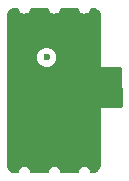
<source format=gbr>
G04 #@! TF.GenerationSoftware,KiCad,Pcbnew,8.0.4*
G04 #@! TF.CreationDate,2025-05-14T20:25:43-04:00*
G04 #@! TF.ProjectId,usb_c_daughter,7573625f-635f-4646-9175-67687465722e,1*
G04 #@! TF.SameCoordinates,Original*
G04 #@! TF.FileFunction,Copper,L4,Bot*
G04 #@! TF.FilePolarity,Positive*
%FSLAX46Y46*%
G04 Gerber Fmt 4.6, Leading zero omitted, Abs format (unit mm)*
G04 Created by KiCad (PCBNEW 8.0.4) date 2025-05-14 20:25:43*
%MOMM*%
%LPD*%
G01*
G04 APERTURE LIST*
G04 #@! TA.AperFunction,ViaPad*
%ADD10C,0.600000*%
G04 #@! TD*
G04 APERTURE END LIST*
D10*
X3400000Y-5700000D03*
X6000000Y-6760000D03*
X6010000Y-10260000D03*
X2180000Y-13050000D03*
X5870000Y-11750000D03*
X4250000Y-9770000D03*
X1340000Y-12700000D03*
X4240000Y-7230000D03*
X4650000Y-14400000D03*
X5920000Y-5140000D03*
X2320000Y-3940000D03*
X1260000Y-4260000D03*
G04 #@! TA.AperFunction,Conductor*
G36*
X955756Y-1519685D02*
G01*
X1001511Y-1572489D01*
X1007694Y-1589065D01*
X1014707Y-1612948D01*
X1042845Y-1708776D01*
X1120182Y-1829114D01*
X1228290Y-1922790D01*
X1293349Y-1952501D01*
X1358408Y-1982213D01*
X1376206Y-1984772D01*
X1500000Y-2002571D01*
X1641591Y-1982213D01*
X1771710Y-1922790D01*
X1879818Y-1829114D01*
X1957155Y-1708776D01*
X1985293Y-1612948D01*
X1992306Y-1589065D01*
X2030080Y-1530287D01*
X2093636Y-1501262D01*
X2111283Y-1500000D01*
X3428717Y-1500000D01*
X3495756Y-1519685D01*
X3541511Y-1572489D01*
X3547694Y-1589065D01*
X3554707Y-1612948D01*
X3582845Y-1708776D01*
X3660182Y-1829114D01*
X3768290Y-1922790D01*
X3833349Y-1952501D01*
X3898408Y-1982213D01*
X3916206Y-1984772D01*
X4040000Y-2002571D01*
X4181591Y-1982213D01*
X4311710Y-1922790D01*
X4419818Y-1829114D01*
X4497155Y-1708776D01*
X4525293Y-1612948D01*
X4532306Y-1589065D01*
X4570080Y-1530287D01*
X4633636Y-1501262D01*
X4651283Y-1500000D01*
X5968717Y-1500000D01*
X6035756Y-1519685D01*
X6081511Y-1572489D01*
X6087694Y-1589065D01*
X6094707Y-1612948D01*
X6122845Y-1708776D01*
X6200182Y-1829114D01*
X6308290Y-1922790D01*
X6373349Y-1952501D01*
X6438408Y-1982213D01*
X6456206Y-1984772D01*
X6580000Y-2002571D01*
X6721591Y-1982213D01*
X6851710Y-1922790D01*
X6959818Y-1829114D01*
X7037155Y-1708776D01*
X7065293Y-1612948D01*
X7072306Y-1589065D01*
X7110080Y-1530287D01*
X7173636Y-1501262D01*
X7191283Y-1500000D01*
X7245910Y-1500000D01*
X7248696Y-1500031D01*
X7319410Y-1501620D01*
X7343844Y-1504614D01*
X7386317Y-1514171D01*
X7482898Y-1535903D01*
X7509181Y-1545017D01*
X7636288Y-1605829D01*
X7659883Y-1620580D01*
X7770220Y-1708202D01*
X7789934Y-1727846D01*
X7877947Y-1837864D01*
X7892784Y-1861409D01*
X7954047Y-1988290D01*
X7963259Y-2014552D01*
X7995044Y-2153487D01*
X7998125Y-2177917D01*
X7998127Y-2177976D01*
X7999954Y-2248250D01*
X7999958Y-2248383D01*
X8000000Y-2251607D01*
X8000000Y-6500000D01*
X9641086Y-6500000D01*
X9708125Y-6519685D01*
X9753880Y-6572489D01*
X9765071Y-6622078D01*
X9815490Y-9874078D01*
X9796847Y-9941414D01*
X9744759Y-9987982D01*
X9691505Y-10000000D01*
X8000000Y-10000000D01*
X8000000Y-14746266D01*
X7999776Y-14753719D01*
X7995508Y-14824598D01*
X7991683Y-14848574D01*
X7954260Y-14991403D01*
X7944289Y-15017249D01*
X7876891Y-15146666D01*
X7861428Y-15169656D01*
X7766979Y-15280876D01*
X7746800Y-15299857D01*
X7630015Y-15387332D01*
X7606124Y-15401361D01*
X7472833Y-15460722D01*
X7446423Y-15469095D01*
X7301565Y-15497718D01*
X7277412Y-15500070D01*
X7210000Y-15500006D01*
X7202674Y-15500000D01*
X7202616Y-15500000D01*
X7191283Y-15500000D01*
X7124244Y-15480315D01*
X7078489Y-15427511D01*
X7072306Y-15410935D01*
X7039690Y-15299857D01*
X7037155Y-15291224D01*
X6959818Y-15170886D01*
X6851710Y-15077210D01*
X6851708Y-15077209D01*
X6721591Y-15017786D01*
X6580000Y-14997429D01*
X6438408Y-15017786D01*
X6308291Y-15077209D01*
X6308288Y-15077211D01*
X6238482Y-15137699D01*
X6201602Y-15169656D01*
X6200180Y-15170888D01*
X6122844Y-15291225D01*
X6087694Y-15410935D01*
X6049920Y-15469713D01*
X5986364Y-15498738D01*
X5968717Y-15500000D01*
X4651283Y-15500000D01*
X4584244Y-15480315D01*
X4538489Y-15427511D01*
X4532306Y-15410935D01*
X4499690Y-15299857D01*
X4497155Y-15291224D01*
X4419818Y-15170886D01*
X4311710Y-15077210D01*
X4311708Y-15077209D01*
X4181591Y-15017786D01*
X4040000Y-14997429D01*
X3898408Y-15017786D01*
X3768291Y-15077209D01*
X3768288Y-15077211D01*
X3698482Y-15137699D01*
X3661602Y-15169656D01*
X3660180Y-15170888D01*
X3582844Y-15291225D01*
X3547694Y-15410935D01*
X3509920Y-15469713D01*
X3446364Y-15498738D01*
X3428717Y-15500000D01*
X2111283Y-15500000D01*
X2044244Y-15480315D01*
X1998489Y-15427511D01*
X1992306Y-15410935D01*
X1959690Y-15299857D01*
X1957155Y-15291224D01*
X1879818Y-15170886D01*
X1771710Y-15077210D01*
X1771708Y-15077209D01*
X1641591Y-15017786D01*
X1500000Y-14997429D01*
X1358408Y-15017786D01*
X1228291Y-15077209D01*
X1228288Y-15077211D01*
X1158482Y-15137699D01*
X1121602Y-15169656D01*
X1120180Y-15170888D01*
X1042844Y-15291225D01*
X1007694Y-15410935D01*
X969920Y-15469713D01*
X906364Y-15498738D01*
X888717Y-15500000D01*
X751719Y-15500000D01*
X748250Y-15499951D01*
X745018Y-15499860D01*
X677974Y-15497983D01*
X653852Y-15494923D01*
X515127Y-15463260D01*
X488918Y-15454089D01*
X362300Y-15393113D01*
X338789Y-15378340D01*
X228915Y-15290718D01*
X209281Y-15271084D01*
X121659Y-15161210D01*
X106886Y-15137699D01*
X45910Y-15011081D01*
X36739Y-14984872D01*
X5076Y-14846147D01*
X2016Y-14822023D01*
X49Y-14751749D01*
X0Y-14748280D01*
X0Y-5699996D01*
X2586384Y-5699996D01*
X2586384Y-5700003D01*
X2606781Y-5881041D01*
X2606782Y-5881046D01*
X2647949Y-5998693D01*
X2666957Y-6053015D01*
X2763889Y-6207281D01*
X2892719Y-6336111D01*
X3046985Y-6433043D01*
X3218953Y-6493217D01*
X3218958Y-6493218D01*
X3399996Y-6513616D01*
X3400000Y-6513616D01*
X3400004Y-6513616D01*
X3581041Y-6493218D01*
X3581044Y-6493217D01*
X3581047Y-6493217D01*
X3753015Y-6433043D01*
X3907281Y-6336111D01*
X4036111Y-6207281D01*
X4133043Y-6053015D01*
X4193217Y-5881047D01*
X4213616Y-5700000D01*
X4193217Y-5518953D01*
X4133043Y-5346985D01*
X4036111Y-5192719D01*
X3907281Y-5063889D01*
X3753015Y-4966957D01*
X3698693Y-4947949D01*
X3581046Y-4906782D01*
X3581041Y-4906781D01*
X3400004Y-4886384D01*
X3399996Y-4886384D01*
X3218958Y-4906781D01*
X3218953Y-4906782D01*
X3046982Y-4966958D01*
X2892718Y-5063889D01*
X2763889Y-5192718D01*
X2666958Y-5346982D01*
X2606782Y-5518953D01*
X2606781Y-5518958D01*
X2586384Y-5699996D01*
X0Y-5699996D01*
X0Y-2251719D01*
X49Y-2248250D01*
X2016Y-2177976D01*
X5076Y-2153852D01*
X36739Y-2015127D01*
X45908Y-1988922D01*
X106887Y-1862297D01*
X121656Y-1838792D01*
X209281Y-1728914D01*
X228915Y-1709281D01*
X230268Y-1708202D01*
X338792Y-1621656D01*
X362297Y-1606887D01*
X488922Y-1545908D01*
X515124Y-1536739D01*
X653853Y-1505075D01*
X677975Y-1502016D01*
X737584Y-1500347D01*
X748250Y-1500049D01*
X751719Y-1500000D01*
X888717Y-1500000D01*
X955756Y-1519685D01*
G37*
G04 #@! TD.AperFunction*
M02*

</source>
